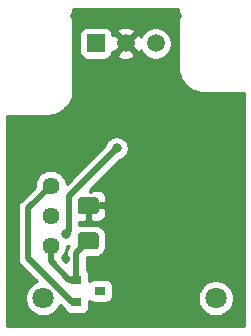
<source format=gbr>
G04 #@! TF.GenerationSoftware,KiCad,Pcbnew,(5.1.5)-1*
G04 #@! TF.CreationDate,2021-04-01T17:00:37+02:00*
G04 #@! TF.ProjectId,KonstantStromQuelle,4b6f6e73-7461-46e7-9453-74726f6d5175,rev?*
G04 #@! TF.SameCoordinates,Original*
G04 #@! TF.FileFunction,Copper,L2,Bot*
G04 #@! TF.FilePolarity,Positive*
%FSLAX46Y46*%
G04 Gerber Fmt 4.6, Leading zero omitted, Abs format (unit mm)*
G04 Created by KiCad (PCBNEW (5.1.5)-1) date 2021-04-01 17:00:37*
%MOMM*%
%LPD*%
G04 APERTURE LIST*
%ADD10R,0.900000X0.800000*%
%ADD11C,1.500000*%
%ADD12R,1.500000X1.500000*%
%ADD13C,1.800000*%
%ADD14C,0.100000*%
%ADD15C,1.440000*%
%ADD16C,0.700000*%
%ADD17C,0.800000*%
%ADD18C,0.500000*%
%ADD19C,0.250000*%
%ADD20C,0.254000*%
G04 APERTURE END LIST*
D10*
X126095000Y-80645000D03*
X124095000Y-79695000D03*
X124095000Y-81595000D03*
D11*
X128270000Y-59690000D03*
X130810000Y-59690000D03*
D12*
X125730000Y-59690000D03*
D13*
X121285000Y-81280000D03*
X135890000Y-81280000D03*
G04 #@! TA.AperFunction,SMDPad,CuDef*
D14*
G36*
X125744504Y-72731204D02*
G01*
X125768773Y-72734804D01*
X125792571Y-72740765D01*
X125815671Y-72749030D01*
X125837849Y-72759520D01*
X125858893Y-72772133D01*
X125878598Y-72786747D01*
X125896777Y-72803223D01*
X125913253Y-72821402D01*
X125927867Y-72841107D01*
X125940480Y-72862151D01*
X125950970Y-72884329D01*
X125959235Y-72907429D01*
X125965196Y-72931227D01*
X125968796Y-72955496D01*
X125970000Y-72980000D01*
X125970000Y-73905000D01*
X125968796Y-73929504D01*
X125965196Y-73953773D01*
X125959235Y-73977571D01*
X125950970Y-74000671D01*
X125940480Y-74022849D01*
X125927867Y-74043893D01*
X125913253Y-74063598D01*
X125896777Y-74081777D01*
X125878598Y-74098253D01*
X125858893Y-74112867D01*
X125837849Y-74125480D01*
X125815671Y-74135970D01*
X125792571Y-74144235D01*
X125768773Y-74150196D01*
X125744504Y-74153796D01*
X125720000Y-74155000D01*
X124470000Y-74155000D01*
X124445496Y-74153796D01*
X124421227Y-74150196D01*
X124397429Y-74144235D01*
X124374329Y-74135970D01*
X124352151Y-74125480D01*
X124331107Y-74112867D01*
X124311402Y-74098253D01*
X124293223Y-74081777D01*
X124276747Y-74063598D01*
X124262133Y-74043893D01*
X124249520Y-74022849D01*
X124239030Y-74000671D01*
X124230765Y-73977571D01*
X124224804Y-73953773D01*
X124221204Y-73929504D01*
X124220000Y-73905000D01*
X124220000Y-72980000D01*
X124221204Y-72955496D01*
X124224804Y-72931227D01*
X124230765Y-72907429D01*
X124239030Y-72884329D01*
X124249520Y-72862151D01*
X124262133Y-72841107D01*
X124276747Y-72821402D01*
X124293223Y-72803223D01*
X124311402Y-72786747D01*
X124331107Y-72772133D01*
X124352151Y-72759520D01*
X124374329Y-72749030D01*
X124397429Y-72740765D01*
X124421227Y-72734804D01*
X124445496Y-72731204D01*
X124470000Y-72730000D01*
X125720000Y-72730000D01*
X125744504Y-72731204D01*
G37*
G04 #@! TD.AperFunction*
G04 #@! TA.AperFunction,SMDPad,CuDef*
G36*
X125744504Y-75706204D02*
G01*
X125768773Y-75709804D01*
X125792571Y-75715765D01*
X125815671Y-75724030D01*
X125837849Y-75734520D01*
X125858893Y-75747133D01*
X125878598Y-75761747D01*
X125896777Y-75778223D01*
X125913253Y-75796402D01*
X125927867Y-75816107D01*
X125940480Y-75837151D01*
X125950970Y-75859329D01*
X125959235Y-75882429D01*
X125965196Y-75906227D01*
X125968796Y-75930496D01*
X125970000Y-75955000D01*
X125970000Y-76880000D01*
X125968796Y-76904504D01*
X125965196Y-76928773D01*
X125959235Y-76952571D01*
X125950970Y-76975671D01*
X125940480Y-76997849D01*
X125927867Y-77018893D01*
X125913253Y-77038598D01*
X125896777Y-77056777D01*
X125878598Y-77073253D01*
X125858893Y-77087867D01*
X125837849Y-77100480D01*
X125815671Y-77110970D01*
X125792571Y-77119235D01*
X125768773Y-77125196D01*
X125744504Y-77128796D01*
X125720000Y-77130000D01*
X124470000Y-77130000D01*
X124445496Y-77128796D01*
X124421227Y-77125196D01*
X124397429Y-77119235D01*
X124374329Y-77110970D01*
X124352151Y-77100480D01*
X124331107Y-77087867D01*
X124311402Y-77073253D01*
X124293223Y-77056777D01*
X124276747Y-77038598D01*
X124262133Y-77018893D01*
X124249520Y-76997849D01*
X124239030Y-76975671D01*
X124230765Y-76952571D01*
X124224804Y-76928773D01*
X124221204Y-76904504D01*
X124220000Y-76880000D01*
X124220000Y-75955000D01*
X124221204Y-75930496D01*
X124224804Y-75906227D01*
X124230765Y-75882429D01*
X124239030Y-75859329D01*
X124249520Y-75837151D01*
X124262133Y-75816107D01*
X124276747Y-75796402D01*
X124293223Y-75778223D01*
X124311402Y-75761747D01*
X124331107Y-75747133D01*
X124352151Y-75734520D01*
X124374329Y-75724030D01*
X124397429Y-75715765D01*
X124421227Y-75709804D01*
X124445496Y-75706204D01*
X124470000Y-75705000D01*
X125720000Y-75705000D01*
X125744504Y-75706204D01*
G37*
G04 #@! TD.AperFunction*
D15*
X121920000Y-71755000D03*
X121920000Y-74295000D03*
X121920000Y-76835000D03*
D16*
X126746000Y-74930000D03*
X123190000Y-77978000D03*
D17*
X123952000Y-57404000D03*
X132588000Y-57404000D03*
X132588000Y-83058000D03*
X126746000Y-83312000D03*
X137160000Y-64516000D03*
X137668000Y-67310000D03*
X137668000Y-70612000D03*
X137668000Y-74422000D03*
X137668000Y-76962000D03*
X137668000Y-79248000D03*
X135382000Y-76962000D03*
X119126000Y-67310000D03*
X119126000Y-70612000D03*
X118618000Y-74676000D03*
X118618000Y-77724000D03*
X123190000Y-68580000D03*
X129540000Y-63373000D03*
X128651000Y-69723000D03*
X130937000Y-73660000D03*
X130937000Y-77724000D03*
X127508000Y-68580000D03*
X123190000Y-75819000D03*
D18*
X130719500Y-73442500D02*
X130937000Y-73660000D01*
X130937000Y-73660000D02*
X130937000Y-77724000D01*
D19*
X126746000Y-73660000D02*
X127000000Y-73406000D01*
D18*
X125095000Y-73442500D02*
X127000000Y-73406000D01*
D19*
X126746000Y-74930000D02*
X126746000Y-73660000D01*
D18*
X127000000Y-73406000D02*
X130719500Y-73442500D01*
X120015000Y-73660000D02*
X121920000Y-71755000D01*
X120015000Y-77851000D02*
X120015000Y-73660000D01*
X124095000Y-81595000D02*
X123759000Y-81595000D01*
X123759000Y-81595000D02*
X120015000Y-77851000D01*
X126873000Y-69215000D02*
X127508000Y-68580000D01*
X123190000Y-75819000D02*
X123444000Y-75565000D01*
X123444000Y-72644000D02*
X126873000Y-69215000D01*
X123444000Y-75565000D02*
X123444000Y-72644000D01*
X124095000Y-77417500D02*
X125095000Y-76417500D01*
X124095000Y-79695000D02*
X124095000Y-77417500D01*
X123444000Y-79695000D02*
X124095000Y-79695000D01*
X121920000Y-76835000D02*
X121920000Y-78105000D01*
X121920000Y-78105000D02*
X123444000Y-79695000D01*
D20*
G36*
X132690001Y-61754419D02*
G01*
X132692819Y-61783030D01*
X132692753Y-61792456D01*
X132693652Y-61801627D01*
X132724742Y-62097431D01*
X132736771Y-62156028D01*
X132747980Y-62214790D01*
X132750644Y-62223612D01*
X132838598Y-62507743D01*
X132861773Y-62562875D01*
X132884186Y-62618349D01*
X132888513Y-62626486D01*
X133029979Y-62888122D01*
X133063412Y-62937689D01*
X133096183Y-62987768D01*
X133102007Y-62994909D01*
X133291597Y-63224084D01*
X133334015Y-63266206D01*
X133375897Y-63308976D01*
X133382998Y-63314850D01*
X133613492Y-63502836D01*
X133663334Y-63535951D01*
X133712674Y-63569735D01*
X133720781Y-63574118D01*
X133983399Y-63713754D01*
X134038701Y-63736548D01*
X134093684Y-63760114D01*
X134102487Y-63762839D01*
X134387225Y-63848807D01*
X134445910Y-63860427D01*
X134504418Y-63872863D01*
X134513581Y-63873826D01*
X134513583Y-63873826D01*
X134809596Y-63902850D01*
X134809598Y-63902850D01*
X134841581Y-63906000D01*
X138278000Y-63906000D01*
X138278001Y-83668000D01*
X118262000Y-83668000D01*
X118262000Y-73660000D01*
X119125719Y-73660000D01*
X119130001Y-73703479D01*
X119130000Y-77807531D01*
X119125719Y-77851000D01*
X119130000Y-77894469D01*
X119130000Y-77894476D01*
X119141212Y-78008314D01*
X119142805Y-78024490D01*
X119157834Y-78074032D01*
X119193411Y-78191312D01*
X119275589Y-78345058D01*
X119386183Y-78479817D01*
X119419956Y-78507534D01*
X120751806Y-79839384D01*
X120557905Y-79919701D01*
X120306495Y-80087688D01*
X120092688Y-80301495D01*
X119924701Y-80552905D01*
X119808989Y-80832257D01*
X119750000Y-81128816D01*
X119750000Y-81431184D01*
X119808989Y-81727743D01*
X119924701Y-82007095D01*
X120092688Y-82258505D01*
X120306495Y-82472312D01*
X120557905Y-82640299D01*
X120837257Y-82756011D01*
X121133816Y-82815000D01*
X121436184Y-82815000D01*
X121732743Y-82756011D01*
X122012095Y-82640299D01*
X122263505Y-82472312D01*
X122477312Y-82258505D01*
X122645299Y-82007095D01*
X122725616Y-81813195D01*
X123017799Y-82105378D01*
X123019188Y-82119482D01*
X123055498Y-82239180D01*
X123114463Y-82349494D01*
X123193815Y-82446185D01*
X123290506Y-82525537D01*
X123400820Y-82584502D01*
X123520518Y-82620812D01*
X123645000Y-82633072D01*
X124545000Y-82633072D01*
X124669482Y-82620812D01*
X124789180Y-82584502D01*
X124899494Y-82525537D01*
X124996185Y-82446185D01*
X125075537Y-82349494D01*
X125134502Y-82239180D01*
X125170812Y-82119482D01*
X125183072Y-81995000D01*
X125183072Y-81483095D01*
X125193815Y-81496185D01*
X125290506Y-81575537D01*
X125400820Y-81634502D01*
X125520518Y-81670812D01*
X125645000Y-81683072D01*
X126545000Y-81683072D01*
X126669482Y-81670812D01*
X126789180Y-81634502D01*
X126899494Y-81575537D01*
X126996185Y-81496185D01*
X127075537Y-81399494D01*
X127134502Y-81289180D01*
X127170812Y-81169482D01*
X127174817Y-81128816D01*
X134355000Y-81128816D01*
X134355000Y-81431184D01*
X134413989Y-81727743D01*
X134529701Y-82007095D01*
X134697688Y-82258505D01*
X134911495Y-82472312D01*
X135162905Y-82640299D01*
X135442257Y-82756011D01*
X135738816Y-82815000D01*
X136041184Y-82815000D01*
X136337743Y-82756011D01*
X136617095Y-82640299D01*
X136868505Y-82472312D01*
X137082312Y-82258505D01*
X137250299Y-82007095D01*
X137366011Y-81727743D01*
X137425000Y-81431184D01*
X137425000Y-81128816D01*
X137366011Y-80832257D01*
X137250299Y-80552905D01*
X137082312Y-80301495D01*
X136868505Y-80087688D01*
X136617095Y-79919701D01*
X136337743Y-79803989D01*
X136041184Y-79745000D01*
X135738816Y-79745000D01*
X135442257Y-79803989D01*
X135162905Y-79919701D01*
X134911495Y-80087688D01*
X134697688Y-80301495D01*
X134529701Y-80552905D01*
X134413989Y-80832257D01*
X134355000Y-81128816D01*
X127174817Y-81128816D01*
X127183072Y-81045000D01*
X127183072Y-80245000D01*
X127170812Y-80120518D01*
X127134502Y-80000820D01*
X127075537Y-79890506D01*
X126996185Y-79793815D01*
X126899494Y-79714463D01*
X126789180Y-79655498D01*
X126669482Y-79619188D01*
X126545000Y-79606928D01*
X125645000Y-79606928D01*
X125520518Y-79619188D01*
X125400820Y-79655498D01*
X125290506Y-79714463D01*
X125193815Y-79793815D01*
X125183072Y-79806905D01*
X125183072Y-79295000D01*
X125170812Y-79170518D01*
X125134502Y-79050820D01*
X125075537Y-78940506D01*
X124996185Y-78843815D01*
X124980000Y-78830532D01*
X124980000Y-77784078D01*
X124996006Y-77768072D01*
X125720000Y-77768072D01*
X125893254Y-77751008D01*
X126059850Y-77700472D01*
X126213386Y-77618405D01*
X126347962Y-77507962D01*
X126458405Y-77373386D01*
X126540472Y-77219850D01*
X126591008Y-77053254D01*
X126608072Y-76880000D01*
X126608072Y-75955000D01*
X126591008Y-75781746D01*
X126540472Y-75615150D01*
X126458405Y-75461614D01*
X126347962Y-75327038D01*
X126213386Y-75216595D01*
X126059850Y-75134528D01*
X125893254Y-75083992D01*
X125720000Y-75066928D01*
X124470000Y-75066928D01*
X124329000Y-75080815D01*
X124329000Y-74792504D01*
X124809250Y-74790000D01*
X124968000Y-74631250D01*
X124968000Y-73569500D01*
X125222000Y-73569500D01*
X125222000Y-74631250D01*
X125380750Y-74790000D01*
X125970000Y-74793072D01*
X126094482Y-74780812D01*
X126214180Y-74744502D01*
X126324494Y-74685537D01*
X126421185Y-74606185D01*
X126500537Y-74509494D01*
X126559502Y-74399180D01*
X126595812Y-74279482D01*
X126608072Y-74155000D01*
X126605000Y-73728250D01*
X126446250Y-73569500D01*
X125222000Y-73569500D01*
X124968000Y-73569500D01*
X124948000Y-73569500D01*
X124948000Y-73315500D01*
X124968000Y-73315500D01*
X124968000Y-73295500D01*
X125222000Y-73295500D01*
X125222000Y-73315500D01*
X126446250Y-73315500D01*
X126605000Y-73156750D01*
X126608072Y-72730000D01*
X126595812Y-72605518D01*
X126559502Y-72485820D01*
X126500537Y-72375506D01*
X126421185Y-72278815D01*
X126324494Y-72199463D01*
X126214180Y-72140498D01*
X126094482Y-72104188D01*
X125970000Y-72091928D01*
X125380750Y-72095000D01*
X125222002Y-72253748D01*
X125222002Y-72117576D01*
X127529532Y-69810047D01*
X127529536Y-69810042D01*
X127753043Y-69586535D01*
X127809898Y-69575226D01*
X127998256Y-69497205D01*
X128167774Y-69383937D01*
X128311937Y-69239774D01*
X128425205Y-69070256D01*
X128503226Y-68881898D01*
X128543000Y-68681939D01*
X128543000Y-68478061D01*
X128503226Y-68278102D01*
X128425205Y-68089744D01*
X128311937Y-67920226D01*
X128167774Y-67776063D01*
X127998256Y-67662795D01*
X127809898Y-67584774D01*
X127609939Y-67545000D01*
X127406061Y-67545000D01*
X127206102Y-67584774D01*
X127017744Y-67662795D01*
X126848226Y-67776063D01*
X126704063Y-67920226D01*
X126590795Y-68089744D01*
X126512774Y-68278102D01*
X126501465Y-68334957D01*
X126277958Y-68558464D01*
X126277953Y-68558468D01*
X123265025Y-71571397D01*
X123222928Y-71359761D01*
X123120785Y-71113167D01*
X122972497Y-70891238D01*
X122783762Y-70702503D01*
X122561833Y-70554215D01*
X122315239Y-70452072D01*
X122053456Y-70400000D01*
X121786544Y-70400000D01*
X121524761Y-70452072D01*
X121278167Y-70554215D01*
X121056238Y-70702503D01*
X120867503Y-70891238D01*
X120719215Y-71113167D01*
X120617072Y-71359761D01*
X120565000Y-71621544D01*
X120565000Y-71858421D01*
X119419951Y-73003471D01*
X119386184Y-73031183D01*
X119358471Y-73064951D01*
X119358468Y-73064954D01*
X119275590Y-73165941D01*
X119193412Y-73319687D01*
X119142805Y-73486510D01*
X119125719Y-73660000D01*
X118262000Y-73660000D01*
X118262000Y-65811000D01*
X121698419Y-65811000D01*
X121727039Y-65808181D01*
X121736456Y-65808247D01*
X121745627Y-65807348D01*
X122041431Y-65776258D01*
X122100028Y-65764229D01*
X122158790Y-65753020D01*
X122167612Y-65750356D01*
X122451743Y-65662402D01*
X122506875Y-65639227D01*
X122562349Y-65616814D01*
X122570486Y-65612487D01*
X122832122Y-65471021D01*
X122881689Y-65437588D01*
X122931768Y-65404817D01*
X122938909Y-65398993D01*
X123168084Y-65209403D01*
X123210206Y-65166985D01*
X123252976Y-65125103D01*
X123258850Y-65118002D01*
X123446836Y-64887508D01*
X123479951Y-64837666D01*
X123513735Y-64788326D01*
X123518118Y-64780219D01*
X123657754Y-64517601D01*
X123680548Y-64462299D01*
X123704114Y-64407316D01*
X123706839Y-64398513D01*
X123792807Y-64113775D01*
X123804427Y-64055090D01*
X123816863Y-63996582D01*
X123817826Y-63987417D01*
X123846850Y-63691404D01*
X123846850Y-63691402D01*
X123850000Y-63659419D01*
X123850000Y-58940000D01*
X124341928Y-58940000D01*
X124341928Y-60440000D01*
X124354188Y-60564482D01*
X124390498Y-60684180D01*
X124449463Y-60794494D01*
X124528815Y-60891185D01*
X124625506Y-60970537D01*
X124735820Y-61029502D01*
X124855518Y-61065812D01*
X124980000Y-61078072D01*
X126480000Y-61078072D01*
X126604482Y-61065812D01*
X126724180Y-61029502D01*
X126834494Y-60970537D01*
X126931185Y-60891185D01*
X127010537Y-60794494D01*
X127069502Y-60684180D01*
X127080782Y-60646993D01*
X127492612Y-60646993D01*
X127558137Y-60885860D01*
X127805116Y-61001760D01*
X128069960Y-61067250D01*
X128342492Y-61079812D01*
X128612238Y-61038965D01*
X128868832Y-60946277D01*
X128981863Y-60885860D01*
X129047388Y-60646993D01*
X128270000Y-59869605D01*
X127492612Y-60646993D01*
X127080782Y-60646993D01*
X127105812Y-60564482D01*
X127118072Y-60440000D01*
X127118072Y-60413914D01*
X127313007Y-60467388D01*
X128090395Y-59690000D01*
X128449605Y-59690000D01*
X129226993Y-60467388D01*
X129465860Y-60401863D01*
X129540164Y-60243523D01*
X129582629Y-60346043D01*
X129734201Y-60572886D01*
X129927114Y-60765799D01*
X130153957Y-60917371D01*
X130406011Y-61021775D01*
X130673589Y-61075000D01*
X130946411Y-61075000D01*
X131213989Y-61021775D01*
X131466043Y-60917371D01*
X131692886Y-60765799D01*
X131885799Y-60572886D01*
X132037371Y-60346043D01*
X132141775Y-60093989D01*
X132195000Y-59826411D01*
X132195000Y-59553589D01*
X132141775Y-59286011D01*
X132037371Y-59033957D01*
X131885799Y-58807114D01*
X131692886Y-58614201D01*
X131466043Y-58462629D01*
X131213989Y-58358225D01*
X130946411Y-58305000D01*
X130673589Y-58305000D01*
X130406011Y-58358225D01*
X130153957Y-58462629D01*
X129927114Y-58614201D01*
X129734201Y-58807114D01*
X129582629Y-59033957D01*
X129541489Y-59133279D01*
X129526277Y-59091168D01*
X129465860Y-58978137D01*
X129226993Y-58912612D01*
X128449605Y-59690000D01*
X128090395Y-59690000D01*
X127313007Y-58912612D01*
X127118072Y-58966086D01*
X127118072Y-58940000D01*
X127105812Y-58815518D01*
X127080783Y-58733007D01*
X127492612Y-58733007D01*
X128270000Y-59510395D01*
X129047388Y-58733007D01*
X128981863Y-58494140D01*
X128734884Y-58378240D01*
X128470040Y-58312750D01*
X128197508Y-58300188D01*
X127927762Y-58341035D01*
X127671168Y-58433723D01*
X127558137Y-58494140D01*
X127492612Y-58733007D01*
X127080783Y-58733007D01*
X127069502Y-58695820D01*
X127010537Y-58585506D01*
X126931185Y-58488815D01*
X126834494Y-58409463D01*
X126724180Y-58350498D01*
X126604482Y-58314188D01*
X126480000Y-58301928D01*
X124980000Y-58301928D01*
X124855518Y-58314188D01*
X124735820Y-58350498D01*
X124625506Y-58409463D01*
X124528815Y-58488815D01*
X124449463Y-58585506D01*
X124390498Y-58695820D01*
X124354188Y-58815518D01*
X124341928Y-58940000D01*
X123850000Y-58940000D01*
X123850000Y-56794000D01*
X132690000Y-56794000D01*
X132690001Y-61754419D01*
G37*
X132690001Y-61754419D02*
X132692819Y-61783030D01*
X132692753Y-61792456D01*
X132693652Y-61801627D01*
X132724742Y-62097431D01*
X132736771Y-62156028D01*
X132747980Y-62214790D01*
X132750644Y-62223612D01*
X132838598Y-62507743D01*
X132861773Y-62562875D01*
X132884186Y-62618349D01*
X132888513Y-62626486D01*
X133029979Y-62888122D01*
X133063412Y-62937689D01*
X133096183Y-62987768D01*
X133102007Y-62994909D01*
X133291597Y-63224084D01*
X133334015Y-63266206D01*
X133375897Y-63308976D01*
X133382998Y-63314850D01*
X133613492Y-63502836D01*
X133663334Y-63535951D01*
X133712674Y-63569735D01*
X133720781Y-63574118D01*
X133983399Y-63713754D01*
X134038701Y-63736548D01*
X134093684Y-63760114D01*
X134102487Y-63762839D01*
X134387225Y-63848807D01*
X134445910Y-63860427D01*
X134504418Y-63872863D01*
X134513581Y-63873826D01*
X134513583Y-63873826D01*
X134809596Y-63902850D01*
X134809598Y-63902850D01*
X134841581Y-63906000D01*
X138278000Y-63906000D01*
X138278001Y-83668000D01*
X118262000Y-83668000D01*
X118262000Y-73660000D01*
X119125719Y-73660000D01*
X119130001Y-73703479D01*
X119130000Y-77807531D01*
X119125719Y-77851000D01*
X119130000Y-77894469D01*
X119130000Y-77894476D01*
X119141212Y-78008314D01*
X119142805Y-78024490D01*
X119157834Y-78074032D01*
X119193411Y-78191312D01*
X119275589Y-78345058D01*
X119386183Y-78479817D01*
X119419956Y-78507534D01*
X120751806Y-79839384D01*
X120557905Y-79919701D01*
X120306495Y-80087688D01*
X120092688Y-80301495D01*
X119924701Y-80552905D01*
X119808989Y-80832257D01*
X119750000Y-81128816D01*
X119750000Y-81431184D01*
X119808989Y-81727743D01*
X119924701Y-82007095D01*
X120092688Y-82258505D01*
X120306495Y-82472312D01*
X120557905Y-82640299D01*
X120837257Y-82756011D01*
X121133816Y-82815000D01*
X121436184Y-82815000D01*
X121732743Y-82756011D01*
X122012095Y-82640299D01*
X122263505Y-82472312D01*
X122477312Y-82258505D01*
X122645299Y-82007095D01*
X122725616Y-81813195D01*
X123017799Y-82105378D01*
X123019188Y-82119482D01*
X123055498Y-82239180D01*
X123114463Y-82349494D01*
X123193815Y-82446185D01*
X123290506Y-82525537D01*
X123400820Y-82584502D01*
X123520518Y-82620812D01*
X123645000Y-82633072D01*
X124545000Y-82633072D01*
X124669482Y-82620812D01*
X124789180Y-82584502D01*
X124899494Y-82525537D01*
X124996185Y-82446185D01*
X125075537Y-82349494D01*
X125134502Y-82239180D01*
X125170812Y-82119482D01*
X125183072Y-81995000D01*
X125183072Y-81483095D01*
X125193815Y-81496185D01*
X125290506Y-81575537D01*
X125400820Y-81634502D01*
X125520518Y-81670812D01*
X125645000Y-81683072D01*
X126545000Y-81683072D01*
X126669482Y-81670812D01*
X126789180Y-81634502D01*
X126899494Y-81575537D01*
X126996185Y-81496185D01*
X127075537Y-81399494D01*
X127134502Y-81289180D01*
X127170812Y-81169482D01*
X127174817Y-81128816D01*
X134355000Y-81128816D01*
X134355000Y-81431184D01*
X134413989Y-81727743D01*
X134529701Y-82007095D01*
X134697688Y-82258505D01*
X134911495Y-82472312D01*
X135162905Y-82640299D01*
X135442257Y-82756011D01*
X135738816Y-82815000D01*
X136041184Y-82815000D01*
X136337743Y-82756011D01*
X136617095Y-82640299D01*
X136868505Y-82472312D01*
X137082312Y-82258505D01*
X137250299Y-82007095D01*
X137366011Y-81727743D01*
X137425000Y-81431184D01*
X137425000Y-81128816D01*
X137366011Y-80832257D01*
X137250299Y-80552905D01*
X137082312Y-80301495D01*
X136868505Y-80087688D01*
X136617095Y-79919701D01*
X136337743Y-79803989D01*
X136041184Y-79745000D01*
X135738816Y-79745000D01*
X135442257Y-79803989D01*
X135162905Y-79919701D01*
X134911495Y-80087688D01*
X134697688Y-80301495D01*
X134529701Y-80552905D01*
X134413989Y-80832257D01*
X134355000Y-81128816D01*
X127174817Y-81128816D01*
X127183072Y-81045000D01*
X127183072Y-80245000D01*
X127170812Y-80120518D01*
X127134502Y-80000820D01*
X127075537Y-79890506D01*
X126996185Y-79793815D01*
X126899494Y-79714463D01*
X126789180Y-79655498D01*
X126669482Y-79619188D01*
X126545000Y-79606928D01*
X125645000Y-79606928D01*
X125520518Y-79619188D01*
X125400820Y-79655498D01*
X125290506Y-79714463D01*
X125193815Y-79793815D01*
X125183072Y-79806905D01*
X125183072Y-79295000D01*
X125170812Y-79170518D01*
X125134502Y-79050820D01*
X125075537Y-78940506D01*
X124996185Y-78843815D01*
X124980000Y-78830532D01*
X124980000Y-77784078D01*
X124996006Y-77768072D01*
X125720000Y-77768072D01*
X125893254Y-77751008D01*
X126059850Y-77700472D01*
X126213386Y-77618405D01*
X126347962Y-77507962D01*
X126458405Y-77373386D01*
X126540472Y-77219850D01*
X126591008Y-77053254D01*
X126608072Y-76880000D01*
X126608072Y-75955000D01*
X126591008Y-75781746D01*
X126540472Y-75615150D01*
X126458405Y-75461614D01*
X126347962Y-75327038D01*
X126213386Y-75216595D01*
X126059850Y-75134528D01*
X125893254Y-75083992D01*
X125720000Y-75066928D01*
X124470000Y-75066928D01*
X124329000Y-75080815D01*
X124329000Y-74792504D01*
X124809250Y-74790000D01*
X124968000Y-74631250D01*
X124968000Y-73569500D01*
X125222000Y-73569500D01*
X125222000Y-74631250D01*
X125380750Y-74790000D01*
X125970000Y-74793072D01*
X126094482Y-74780812D01*
X126214180Y-74744502D01*
X126324494Y-74685537D01*
X126421185Y-74606185D01*
X126500537Y-74509494D01*
X126559502Y-74399180D01*
X126595812Y-74279482D01*
X126608072Y-74155000D01*
X126605000Y-73728250D01*
X126446250Y-73569500D01*
X125222000Y-73569500D01*
X124968000Y-73569500D01*
X124948000Y-73569500D01*
X124948000Y-73315500D01*
X124968000Y-73315500D01*
X124968000Y-73295500D01*
X125222000Y-73295500D01*
X125222000Y-73315500D01*
X126446250Y-73315500D01*
X126605000Y-73156750D01*
X126608072Y-72730000D01*
X126595812Y-72605518D01*
X126559502Y-72485820D01*
X126500537Y-72375506D01*
X126421185Y-72278815D01*
X126324494Y-72199463D01*
X126214180Y-72140498D01*
X126094482Y-72104188D01*
X125970000Y-72091928D01*
X125380750Y-72095000D01*
X125222002Y-72253748D01*
X125222002Y-72117576D01*
X127529532Y-69810047D01*
X127529536Y-69810042D01*
X127753043Y-69586535D01*
X127809898Y-69575226D01*
X127998256Y-69497205D01*
X128167774Y-69383937D01*
X128311937Y-69239774D01*
X128425205Y-69070256D01*
X128503226Y-68881898D01*
X128543000Y-68681939D01*
X128543000Y-68478061D01*
X128503226Y-68278102D01*
X128425205Y-68089744D01*
X128311937Y-67920226D01*
X128167774Y-67776063D01*
X127998256Y-67662795D01*
X127809898Y-67584774D01*
X127609939Y-67545000D01*
X127406061Y-67545000D01*
X127206102Y-67584774D01*
X127017744Y-67662795D01*
X126848226Y-67776063D01*
X126704063Y-67920226D01*
X126590795Y-68089744D01*
X126512774Y-68278102D01*
X126501465Y-68334957D01*
X126277958Y-68558464D01*
X126277953Y-68558468D01*
X123265025Y-71571397D01*
X123222928Y-71359761D01*
X123120785Y-71113167D01*
X122972497Y-70891238D01*
X122783762Y-70702503D01*
X122561833Y-70554215D01*
X122315239Y-70452072D01*
X122053456Y-70400000D01*
X121786544Y-70400000D01*
X121524761Y-70452072D01*
X121278167Y-70554215D01*
X121056238Y-70702503D01*
X120867503Y-70891238D01*
X120719215Y-71113167D01*
X120617072Y-71359761D01*
X120565000Y-71621544D01*
X120565000Y-71858421D01*
X119419951Y-73003471D01*
X119386184Y-73031183D01*
X119358471Y-73064951D01*
X119358468Y-73064954D01*
X119275590Y-73165941D01*
X119193412Y-73319687D01*
X119142805Y-73486510D01*
X119125719Y-73660000D01*
X118262000Y-73660000D01*
X118262000Y-65811000D01*
X121698419Y-65811000D01*
X121727039Y-65808181D01*
X121736456Y-65808247D01*
X121745627Y-65807348D01*
X122041431Y-65776258D01*
X122100028Y-65764229D01*
X122158790Y-65753020D01*
X122167612Y-65750356D01*
X122451743Y-65662402D01*
X122506875Y-65639227D01*
X122562349Y-65616814D01*
X122570486Y-65612487D01*
X122832122Y-65471021D01*
X122881689Y-65437588D01*
X122931768Y-65404817D01*
X122938909Y-65398993D01*
X123168084Y-65209403D01*
X123210206Y-65166985D01*
X123252976Y-65125103D01*
X123258850Y-65118002D01*
X123446836Y-64887508D01*
X123479951Y-64837666D01*
X123513735Y-64788326D01*
X123518118Y-64780219D01*
X123657754Y-64517601D01*
X123680548Y-64462299D01*
X123704114Y-64407316D01*
X123706839Y-64398513D01*
X123792807Y-64113775D01*
X123804427Y-64055090D01*
X123816863Y-63996582D01*
X123817826Y-63987417D01*
X123846850Y-63691404D01*
X123846850Y-63691402D01*
X123850000Y-63659419D01*
X123850000Y-58940000D01*
X124341928Y-58940000D01*
X124341928Y-60440000D01*
X124354188Y-60564482D01*
X124390498Y-60684180D01*
X124449463Y-60794494D01*
X124528815Y-60891185D01*
X124625506Y-60970537D01*
X124735820Y-61029502D01*
X124855518Y-61065812D01*
X124980000Y-61078072D01*
X126480000Y-61078072D01*
X126604482Y-61065812D01*
X126724180Y-61029502D01*
X126834494Y-60970537D01*
X126931185Y-60891185D01*
X127010537Y-60794494D01*
X127069502Y-60684180D01*
X127080782Y-60646993D01*
X127492612Y-60646993D01*
X127558137Y-60885860D01*
X127805116Y-61001760D01*
X128069960Y-61067250D01*
X128342492Y-61079812D01*
X128612238Y-61038965D01*
X128868832Y-60946277D01*
X128981863Y-60885860D01*
X129047388Y-60646993D01*
X128270000Y-59869605D01*
X127492612Y-60646993D01*
X127080782Y-60646993D01*
X127105812Y-60564482D01*
X127118072Y-60440000D01*
X127118072Y-60413914D01*
X127313007Y-60467388D01*
X128090395Y-59690000D01*
X128449605Y-59690000D01*
X129226993Y-60467388D01*
X129465860Y-60401863D01*
X129540164Y-60243523D01*
X129582629Y-60346043D01*
X129734201Y-60572886D01*
X129927114Y-60765799D01*
X130153957Y-60917371D01*
X130406011Y-61021775D01*
X130673589Y-61075000D01*
X130946411Y-61075000D01*
X131213989Y-61021775D01*
X131466043Y-60917371D01*
X131692886Y-60765799D01*
X131885799Y-60572886D01*
X132037371Y-60346043D01*
X132141775Y-60093989D01*
X132195000Y-59826411D01*
X132195000Y-59553589D01*
X132141775Y-59286011D01*
X132037371Y-59033957D01*
X131885799Y-58807114D01*
X131692886Y-58614201D01*
X131466043Y-58462629D01*
X131213989Y-58358225D01*
X130946411Y-58305000D01*
X130673589Y-58305000D01*
X130406011Y-58358225D01*
X130153957Y-58462629D01*
X129927114Y-58614201D01*
X129734201Y-58807114D01*
X129582629Y-59033957D01*
X129541489Y-59133279D01*
X129526277Y-59091168D01*
X129465860Y-58978137D01*
X129226993Y-58912612D01*
X128449605Y-59690000D01*
X128090395Y-59690000D01*
X127313007Y-58912612D01*
X127118072Y-58966086D01*
X127118072Y-58940000D01*
X127105812Y-58815518D01*
X127080783Y-58733007D01*
X127492612Y-58733007D01*
X128270000Y-59510395D01*
X129047388Y-58733007D01*
X128981863Y-58494140D01*
X128734884Y-58378240D01*
X128470040Y-58312750D01*
X128197508Y-58300188D01*
X127927762Y-58341035D01*
X127671168Y-58433723D01*
X127558137Y-58494140D01*
X127492612Y-58733007D01*
X127080783Y-58733007D01*
X127069502Y-58695820D01*
X127010537Y-58585506D01*
X126931185Y-58488815D01*
X126834494Y-58409463D01*
X126724180Y-58350498D01*
X126604482Y-58314188D01*
X126480000Y-58301928D01*
X124980000Y-58301928D01*
X124855518Y-58314188D01*
X124735820Y-58350498D01*
X124625506Y-58409463D01*
X124528815Y-58488815D01*
X124449463Y-58585506D01*
X124390498Y-58695820D01*
X124354188Y-58815518D01*
X124341928Y-58940000D01*
X123850000Y-58940000D01*
X123850000Y-56794000D01*
X132690000Y-56794000D01*
X132690001Y-61754419D01*
G36*
X123355590Y-76923441D02*
G01*
X123273412Y-77077187D01*
X123222805Y-77244010D01*
X123205719Y-77417500D01*
X123210001Y-77460979D01*
X123210001Y-78171900D01*
X122862211Y-77809048D01*
X122972497Y-77698762D01*
X123120785Y-77476833D01*
X123222928Y-77230239D01*
X123275000Y-76968456D01*
X123275000Y-76854000D01*
X123291939Y-76854000D01*
X123436114Y-76825322D01*
X123355590Y-76923441D01*
G37*
X123355590Y-76923441D02*
X123273412Y-77077187D01*
X123222805Y-77244010D01*
X123205719Y-77417500D01*
X123210001Y-77460979D01*
X123210001Y-78171900D01*
X122862211Y-77809048D01*
X122972497Y-77698762D01*
X123120785Y-77476833D01*
X123222928Y-77230239D01*
X123275000Y-76968456D01*
X123275000Y-76854000D01*
X123291939Y-76854000D01*
X123436114Y-76825322D01*
X123355590Y-76923441D01*
M02*

</source>
